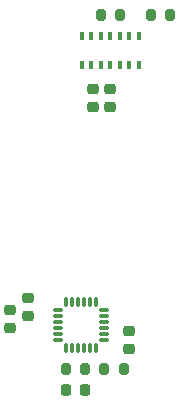
<source format=gbr>
%TF.GenerationSoftware,KiCad,Pcbnew,(6.0.1)*%
%TF.CreationDate,2022-01-17T17:26:23+08:00*%
%TF.ProjectId,ART-PI-HAT,4152542d-5049-42d4-9841-542e6b696361,rev?*%
%TF.SameCoordinates,Original*%
%TF.FileFunction,Paste,Top*%
%TF.FilePolarity,Positive*%
%FSLAX46Y46*%
G04 Gerber Fmt 4.6, Leading zero omitted, Abs format (unit mm)*
G04 Created by KiCad (PCBNEW (6.0.1)) date 2022-01-17 17:26:23*
%MOMM*%
%LPD*%
G01*
G04 APERTURE LIST*
G04 Aperture macros list*
%AMRoundRect*
0 Rectangle with rounded corners*
0 $1 Rounding radius*
0 $2 $3 $4 $5 $6 $7 $8 $9 X,Y pos of 4 corners*
0 Add a 4 corners polygon primitive as box body*
4,1,4,$2,$3,$4,$5,$6,$7,$8,$9,$2,$3,0*
0 Add four circle primitives for the rounded corners*
1,1,$1+$1,$2,$3*
1,1,$1+$1,$4,$5*
1,1,$1+$1,$6,$7*
1,1,$1+$1,$8,$9*
0 Add four rect primitives between the rounded corners*
20,1,$1+$1,$2,$3,$4,$5,0*
20,1,$1+$1,$4,$5,$6,$7,0*
20,1,$1+$1,$6,$7,$8,$9,0*
20,1,$1+$1,$8,$9,$2,$3,0*%
G04 Aperture macros list end*
%ADD10RoundRect,0.200000X-0.200000X-0.275000X0.200000X-0.275000X0.200000X0.275000X-0.200000X0.275000X0*%
%ADD11RoundRect,0.075000X-0.075000X0.350000X-0.075000X-0.350000X0.075000X-0.350000X0.075000X0.350000X0*%
%ADD12RoundRect,0.075000X-0.350000X-0.075000X0.350000X-0.075000X0.350000X0.075000X-0.350000X0.075000X0*%
%ADD13RoundRect,0.225000X-0.225000X-0.250000X0.225000X-0.250000X0.225000X0.250000X-0.225000X0.250000X0*%
%ADD14RoundRect,0.225000X-0.250000X0.225000X-0.250000X-0.225000X0.250000X-0.225000X0.250000X0.225000X0*%
%ADD15RoundRect,0.225000X0.250000X-0.225000X0.250000X0.225000X-0.250000X0.225000X-0.250000X-0.225000X0*%
%ADD16RoundRect,0.200000X0.200000X0.275000X-0.200000X0.275000X-0.200000X-0.275000X0.200000X-0.275000X0*%
%ADD17RoundRect,0.087500X-0.087500X0.287500X-0.087500X-0.287500X0.087500X-0.287500X0.087500X0.287500X0*%
G04 APERTURE END LIST*
D10*
%TO.C,R6*%
X87725000Y-94750000D03*
X89375000Y-94750000D03*
%TD*%
%TO.C,R5*%
X84475000Y-94750000D03*
X86125000Y-94750000D03*
%TD*%
D11*
%TO.C,U3*%
X87000000Y-89050000D03*
X86500000Y-89050000D03*
X86000000Y-89050000D03*
X85500000Y-89050000D03*
X85000000Y-89050000D03*
X84500000Y-89050000D03*
D12*
X83800000Y-89750000D03*
X83800000Y-90250000D03*
X83800000Y-90750000D03*
X83800000Y-91250000D03*
X83800000Y-91750000D03*
X83800000Y-92250000D03*
D11*
X84500000Y-92950000D03*
X85000000Y-92950000D03*
X85500000Y-92950000D03*
X86000000Y-92950000D03*
X86500000Y-92950000D03*
X87000000Y-92950000D03*
D12*
X87700000Y-92250000D03*
X87700000Y-91750000D03*
X87700000Y-91250000D03*
X87700000Y-90750000D03*
X87700000Y-90250000D03*
X87700000Y-89750000D03*
%TD*%
D13*
%TO.C,C6*%
X84525000Y-96476984D03*
X86075000Y-96476984D03*
%TD*%
D10*
%TO.C,R1*%
X87425000Y-64750000D03*
X89075000Y-64750000D03*
%TD*%
D14*
%TO.C,C4*%
X86750000Y-70975000D03*
X86750000Y-72525000D03*
%TD*%
%TO.C,C5*%
X81250000Y-88725000D03*
X81250000Y-90275000D03*
%TD*%
D15*
%TO.C,C7*%
X79750000Y-91275000D03*
X79750000Y-89725000D03*
%TD*%
D16*
%TO.C,R4*%
X93325000Y-64750000D03*
X91675000Y-64750000D03*
%TD*%
D14*
%TO.C,C8*%
X89800000Y-91475000D03*
X89800000Y-93025000D03*
%TD*%
D17*
%TO.C,U2*%
X90649989Y-66550004D03*
X89849989Y-66550004D03*
X89049989Y-66550004D03*
X88249989Y-66550004D03*
X87449989Y-66550004D03*
X86649989Y-66550004D03*
X85849989Y-66550004D03*
X85849989Y-68950004D03*
X86649989Y-68950004D03*
X87449989Y-68950004D03*
X88249989Y-68950004D03*
X89049989Y-68950004D03*
X89849989Y-68950004D03*
X90649989Y-68950004D03*
%TD*%
D14*
%TO.C,C2*%
X88250000Y-70975000D03*
X88250000Y-72525000D03*
%TD*%
M02*

</source>
